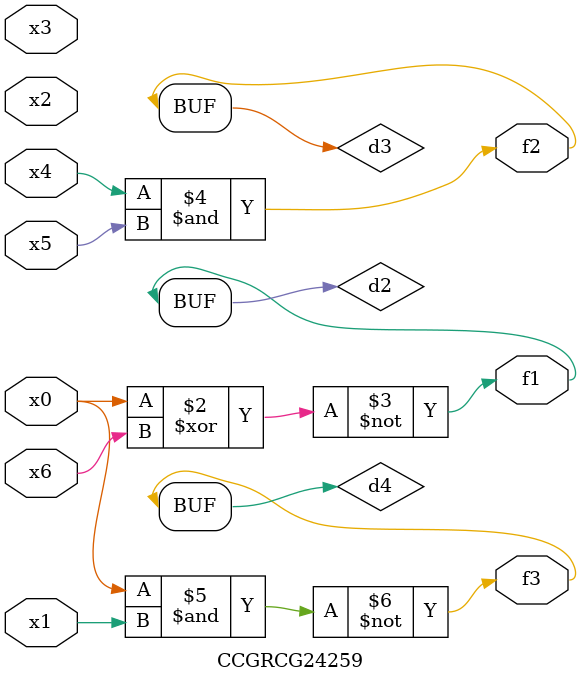
<source format=v>
module CCGRCG24259(
	input x0, x1, x2, x3, x4, x5, x6,
	output f1, f2, f3
);

	wire d1, d2, d3, d4;

	nor (d1, x0);
	xnor (d2, x0, x6);
	and (d3, x4, x5);
	nand (d4, x0, x1);
	assign f1 = d2;
	assign f2 = d3;
	assign f3 = d4;
endmodule

</source>
